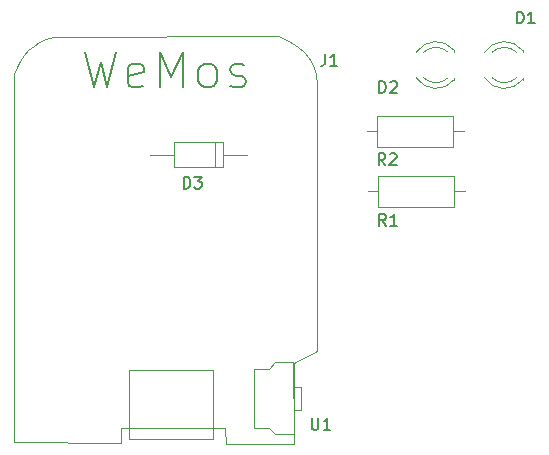
<source format=gbr>
G04 #@! TF.FileFunction,Legend,Top*
%FSLAX46Y46*%
G04 Gerber Fmt 4.6, Leading zero omitted, Abs format (unit mm)*
G04 Created by KiCad (PCBNEW 4.0.2+dfsg1-stable) date mié 25 sep 2019 12:34:31 CEST*
%MOMM*%
G01*
G04 APERTURE LIST*
%ADD10C,0.100000*%
%ADD11C,0.120000*%
%ADD12C,0.150000*%
G04 APERTURE END LIST*
D10*
D11*
X105769665Y-46900208D02*
G75*
G03X109002000Y-47057116I1672335J1078608D01*
G01*
X105769665Y-44742992D02*
G75*
G02X109002000Y-44586084I1672335J-1078608D01*
G01*
X106400870Y-46901437D02*
G75*
G03X108482961Y-46901600I1041130J1079837D01*
G01*
X106400870Y-44741763D02*
G75*
G02X108482961Y-44741600I1041130J-1079837D01*
G01*
X109002000Y-47057600D02*
X109002000Y-46901600D01*
X109002000Y-44741600D02*
X109002000Y-44585600D01*
X99978465Y-46900208D02*
G75*
G03X103210800Y-47057116I1672335J1078608D01*
G01*
X99978465Y-44742992D02*
G75*
G02X103210800Y-44586084I1672335J-1078608D01*
G01*
X100609670Y-46901437D02*
G75*
G03X102691761Y-46901600I1041130J1079837D01*
G01*
X100609670Y-44741763D02*
G75*
G02X102691761Y-44741600I1041130J-1079837D01*
G01*
X103210800Y-47057600D02*
X103210800Y-46901600D01*
X103210800Y-44741600D02*
X103210800Y-44585600D01*
X83619400Y-54476200D02*
X83619400Y-52356200D01*
X83619400Y-52356200D02*
X79499400Y-52356200D01*
X79499400Y-52356200D02*
X79499400Y-54476200D01*
X79499400Y-54476200D02*
X83619400Y-54476200D01*
X85659400Y-53416200D02*
X83619400Y-53416200D01*
X77459400Y-53416200D02*
X79499400Y-53416200D01*
X82959400Y-54476200D02*
X82959400Y-52356200D01*
X103184400Y-57825000D02*
X103184400Y-55205000D01*
X103184400Y-55205000D02*
X96764400Y-55205000D01*
X96764400Y-55205000D02*
X96764400Y-57825000D01*
X96764400Y-57825000D02*
X103184400Y-57825000D01*
X104074400Y-56515000D02*
X103184400Y-56515000D01*
X95874400Y-56515000D02*
X96764400Y-56515000D01*
X103120900Y-52745000D02*
X103120900Y-50125000D01*
X103120900Y-50125000D02*
X96700900Y-50125000D01*
X96700900Y-50125000D02*
X96700900Y-52745000D01*
X96700900Y-52745000D02*
X103120900Y-52745000D01*
X104010900Y-51435000D02*
X103120900Y-51435000D01*
X95810900Y-51435000D02*
X96700900Y-51435000D01*
D10*
X89646372Y-77872228D02*
X83835080Y-77872228D01*
X83835080Y-77872228D02*
X83808749Y-76588795D01*
X83808749Y-76588795D02*
X74977527Y-76595483D01*
X74977527Y-76595483D02*
X74979503Y-77797736D01*
X74979503Y-77797736D02*
X65898707Y-77771658D01*
X65898707Y-77771658D02*
X65912705Y-46601507D01*
X65912705Y-46601507D02*
X66145516Y-45998714D01*
X66145516Y-45998714D02*
X66428999Y-45453833D01*
X66428999Y-45453833D02*
X66763647Y-44967423D01*
X66763647Y-44967423D02*
X67149947Y-44540048D01*
X67149947Y-44540048D02*
X67588388Y-44172259D01*
X67588388Y-44172259D02*
X68079460Y-43864623D01*
X68079460Y-43864623D02*
X68623650Y-43617690D01*
X68623650Y-43617690D02*
X69221447Y-43432024D01*
X69221447Y-43432024D02*
X88259360Y-43403266D01*
X88259360Y-43403266D02*
X88878724Y-43637259D01*
X88878724Y-43637259D02*
X89466918Y-43921742D01*
X89466918Y-43921742D02*
X90010345Y-44271257D01*
X90010345Y-44271257D02*
X90495403Y-44700342D01*
X90495403Y-44700342D02*
X90908495Y-45223540D01*
X90908495Y-45223540D02*
X91236022Y-45855387D01*
X91236022Y-45855387D02*
X91464382Y-46610425D01*
X91464382Y-46610425D02*
X91579978Y-47503193D01*
X91579978Y-47503193D02*
X91604926Y-70058285D01*
X91604926Y-70058285D02*
X89661380Y-71019181D01*
X89661380Y-71019181D02*
X89631586Y-77827524D01*
X75649250Y-71646451D02*
X82788831Y-71646451D01*
X82788831Y-71646451D02*
X82788831Y-77460188D01*
X82788831Y-77460188D02*
X75649250Y-77460188D01*
X75649250Y-77460188D02*
X75649250Y-71646451D01*
X89572500Y-70997349D02*
X88020278Y-70997349D01*
X88020278Y-70997349D02*
X87491111Y-71526515D01*
X87491111Y-71526515D02*
X86238750Y-71526515D01*
X86238750Y-71526515D02*
X86238750Y-76588876D01*
X86238750Y-76588876D02*
X87526389Y-76588876D01*
X87526389Y-76588876D02*
X88055556Y-77082765D01*
X88055556Y-77082765D02*
X89625417Y-77082765D01*
X89625417Y-77082765D02*
X89572500Y-70997349D01*
X89607778Y-73078738D02*
X90260417Y-73078738D01*
X90260417Y-73078738D02*
X90260417Y-75071932D01*
X90260417Y-75071932D02*
X89643056Y-75071932D01*
D12*
X108494605Y-42298881D02*
X108494605Y-41298881D01*
X108732700Y-41298881D01*
X108875558Y-41346500D01*
X108970796Y-41441738D01*
X109018415Y-41536976D01*
X109066034Y-41727452D01*
X109066034Y-41870310D01*
X109018415Y-42060786D01*
X108970796Y-42156024D01*
X108875558Y-42251262D01*
X108732700Y-42298881D01*
X108494605Y-42298881D01*
X110018415Y-42298881D02*
X109446986Y-42298881D01*
X109732700Y-42298881D02*
X109732700Y-41298881D01*
X109637462Y-41441738D01*
X109542224Y-41536976D01*
X109446986Y-41584595D01*
X96848705Y-48191681D02*
X96848705Y-47191681D01*
X97086800Y-47191681D01*
X97229658Y-47239300D01*
X97324896Y-47334538D01*
X97372515Y-47429776D01*
X97420134Y-47620252D01*
X97420134Y-47763110D01*
X97372515Y-47953586D01*
X97324896Y-48048824D01*
X97229658Y-48144062D01*
X97086800Y-48191681D01*
X96848705Y-48191681D01*
X97801086Y-47286919D02*
X97848705Y-47239300D01*
X97943943Y-47191681D01*
X98182039Y-47191681D01*
X98277277Y-47239300D01*
X98324896Y-47286919D01*
X98372515Y-47382157D01*
X98372515Y-47477395D01*
X98324896Y-47620252D01*
X97753467Y-48191681D01*
X98372515Y-48191681D01*
X80287905Y-56281581D02*
X80287905Y-55281581D01*
X80526000Y-55281581D01*
X80668858Y-55329200D01*
X80764096Y-55424438D01*
X80811715Y-55519676D01*
X80859334Y-55710152D01*
X80859334Y-55853010D01*
X80811715Y-56043486D01*
X80764096Y-56138724D01*
X80668858Y-56233962D01*
X80526000Y-56281581D01*
X80287905Y-56281581D01*
X81192667Y-55281581D02*
X81811715Y-55281581D01*
X81478381Y-55662533D01*
X81621239Y-55662533D01*
X81716477Y-55710152D01*
X81764096Y-55757771D01*
X81811715Y-55853010D01*
X81811715Y-56091105D01*
X81764096Y-56186343D01*
X81716477Y-56233962D01*
X81621239Y-56281581D01*
X81335524Y-56281581D01*
X81240286Y-56233962D01*
X81192667Y-56186343D01*
X92269867Y-44881181D02*
X92269867Y-45595467D01*
X92222247Y-45738324D01*
X92127009Y-45833562D01*
X91984152Y-45881181D01*
X91888914Y-45881181D01*
X93269867Y-45881181D02*
X92698438Y-45881181D01*
X92984152Y-45881181D02*
X92984152Y-44881181D01*
X92888914Y-45024038D01*
X92793676Y-45119276D01*
X92698438Y-45166895D01*
X97420134Y-59431181D02*
X97086800Y-58954990D01*
X96848705Y-59431181D02*
X96848705Y-58431181D01*
X97229658Y-58431181D01*
X97324896Y-58478800D01*
X97372515Y-58526419D01*
X97420134Y-58621657D01*
X97420134Y-58764514D01*
X97372515Y-58859752D01*
X97324896Y-58907371D01*
X97229658Y-58954990D01*
X96848705Y-58954990D01*
X98372515Y-59431181D02*
X97801086Y-59431181D01*
X98086800Y-59431181D02*
X98086800Y-58431181D01*
X97991562Y-58574038D01*
X97896324Y-58669276D01*
X97801086Y-58716895D01*
X97369334Y-54300381D02*
X97036000Y-53824190D01*
X96797905Y-54300381D02*
X96797905Y-53300381D01*
X97178858Y-53300381D01*
X97274096Y-53348000D01*
X97321715Y-53395619D01*
X97369334Y-53490857D01*
X97369334Y-53633714D01*
X97321715Y-53728952D01*
X97274096Y-53776571D01*
X97178858Y-53824190D01*
X96797905Y-53824190D01*
X97750286Y-53395619D02*
X97797905Y-53348000D01*
X97893143Y-53300381D01*
X98131239Y-53300381D01*
X98226477Y-53348000D01*
X98274096Y-53395619D01*
X98321715Y-53490857D01*
X98321715Y-53586095D01*
X98274096Y-53728952D01*
X97702667Y-54300381D01*
X98321715Y-54300381D01*
X91135295Y-75703181D02*
X91135295Y-76512705D01*
X91182914Y-76607943D01*
X91230533Y-76655562D01*
X91325771Y-76703181D01*
X91516248Y-76703181D01*
X91611486Y-76655562D01*
X91659105Y-76607943D01*
X91706724Y-76512705D01*
X91706724Y-75703181D01*
X92706724Y-76703181D02*
X92135295Y-76703181D01*
X92421009Y-76703181D02*
X92421009Y-75703181D01*
X92325771Y-75846038D01*
X92230533Y-75941276D01*
X92135295Y-75988895D01*
X71971757Y-44712143D02*
X72686043Y-47712143D01*
X73257472Y-45569286D01*
X73828900Y-47712143D01*
X74543186Y-44712143D01*
X76828900Y-47569286D02*
X76543186Y-47712143D01*
X75971757Y-47712143D01*
X75686043Y-47569286D01*
X75543186Y-47283571D01*
X75543186Y-46140714D01*
X75686043Y-45855000D01*
X75971757Y-45712143D01*
X76543186Y-45712143D01*
X76828900Y-45855000D01*
X76971757Y-46140714D01*
X76971757Y-46426429D01*
X75543186Y-46712143D01*
X78257472Y-47712143D02*
X78257472Y-44712143D01*
X79257472Y-46855000D01*
X80257472Y-44712143D01*
X80257472Y-47712143D01*
X82114614Y-47712143D02*
X81828900Y-47569286D01*
X81686043Y-47426429D01*
X81543186Y-47140714D01*
X81543186Y-46283571D01*
X81686043Y-45997857D01*
X81828900Y-45855000D01*
X82114614Y-45712143D01*
X82543186Y-45712143D01*
X82828900Y-45855000D01*
X82971757Y-45997857D01*
X83114614Y-46283571D01*
X83114614Y-47140714D01*
X82971757Y-47426429D01*
X82828900Y-47569286D01*
X82543186Y-47712143D01*
X82114614Y-47712143D01*
X84257472Y-47569286D02*
X84543186Y-47712143D01*
X85114614Y-47712143D01*
X85400329Y-47569286D01*
X85543186Y-47283571D01*
X85543186Y-47140714D01*
X85400329Y-46855000D01*
X85114614Y-46712143D01*
X84686043Y-46712143D01*
X84400329Y-46569286D01*
X84257472Y-46283571D01*
X84257472Y-46140714D01*
X84400329Y-45855000D01*
X84686043Y-45712143D01*
X85114614Y-45712143D01*
X85400329Y-45855000D01*
M02*

</source>
